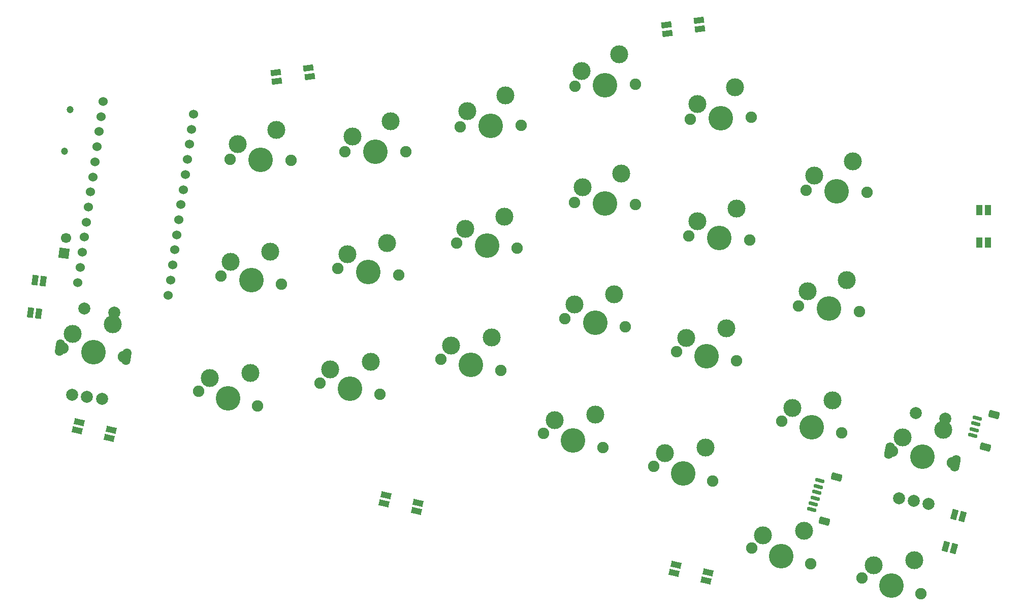
<source format=gbr>
%TF.GenerationSoftware,KiCad,Pcbnew,(6.0.5)*%
%TF.CreationDate,2022-07-31T14:46:34+09:00*%
%TF.ProjectId,ergotonic_f24-pcb-left,6572676f-746f-46e6-9963-5f6632342d70,rev?*%
%TF.SameCoordinates,Original*%
%TF.FileFunction,Soldermask,Top*%
%TF.FilePolarity,Negative*%
%FSLAX46Y46*%
G04 Gerber Fmt 4.6, Leading zero omitted, Abs format (unit mm)*
G04 Created by KiCad (PCBNEW (6.0.5)) date 2022-07-31 14:46:34*
%MOMM*%
%LPD*%
G01*
G04 APERTURE LIST*
G04 Aperture macros list*
%AMRoundRect*
0 Rectangle with rounded corners*
0 $1 Rounding radius*
0 $2 $3 $4 $5 $6 $7 $8 $9 X,Y pos of 4 corners*
0 Add a 4 corners polygon primitive as box body*
4,1,4,$2,$3,$4,$5,$6,$7,$8,$9,$2,$3,0*
0 Add four circle primitives for the rounded corners*
1,1,$1+$1,$2,$3*
1,1,$1+$1,$4,$5*
1,1,$1+$1,$6,$7*
1,1,$1+$1,$8,$9*
0 Add four rect primitives between the rounded corners*
20,1,$1+$1,$2,$3,$4,$5,0*
20,1,$1+$1,$4,$5,$6,$7,0*
20,1,$1+$1,$6,$7,$8,$9,0*
20,1,$1+$1,$8,$9,$2,$3,0*%
%AMHorizOval*
0 Thick line with rounded ends*
0 $1 width*
0 $2 $3 position (X,Y) of the first rounded end (center of the circle)*
0 $4 $5 position (X,Y) of the second rounded end (center of the circle)*
0 Add line between two ends*
20,1,$1,$2,$3,$4,$5,0*
0 Add two circle primitives to create the rounded ends*
1,1,$1,$2,$3*
1,1,$1,$4,$5*%
%AMRotRect*
0 Rectangle, with rotation*
0 The origin of the aperture is its center*
0 $1 length*
0 $2 width*
0 $3 Rotation angle, in degrees counterclockwise*
0 Add horizontal line*
21,1,$1,$2,0,0,$3*%
G04 Aperture macros list end*
%ADD10C,1.524000*%
%ADD11RotRect,1.700000X1.000000X262.000000*%
%ADD12C,3.000000*%
%ADD13C,1.900000*%
%ADD14C,4.100000*%
%ADD15RotRect,1.700000X1.000000X8.000000*%
%ADD16RotRect,1.700000X1.000000X74.880000*%
%ADD17RotRect,1.700000X1.000000X346.500000*%
%ADD18R,1.000000X1.700000*%
%ADD19C,1.200000*%
%ADD20C,2.000000*%
%ADD21HorizOval,1.500000X0.090463X0.643674X-0.090463X-0.643674X0*%
%ADD22RoundRect,0.150000X-0.564237X0.307833X-0.642490X0.018219X0.564237X-0.307833X0.642490X-0.018219X0*%
%ADD23RoundRect,0.249600X-0.536485X0.507921X-0.719283X-0.168618X0.536485X-0.507921X0.719283X0.168618X0*%
%ADD24RotRect,1.700000X1.700000X172.000000*%
%ADD25HorizOval,1.700000X0.000000X0.000000X0.000000X0.000000X0*%
%ADD26HorizOval,1.500000X0.125473X0.637775X-0.125473X-0.637775X0*%
G04 APERTURE END LIST*
D10*
%TO.C,U1*%
X-138312279Y-23206283D03*
X-138665778Y-25721563D03*
X-139019278Y-28236844D03*
X-139372778Y-30752125D03*
X-139726278Y-33267406D03*
X-140079777Y-35782687D03*
X-140433277Y-38297968D03*
X-140786777Y-40813249D03*
X-141140276Y-43328530D03*
X-141493776Y-45843811D03*
X-141847276Y-48359092D03*
X-142200775Y-50874372D03*
X-157272655Y-48756158D03*
X-156919156Y-46240877D03*
X-156565656Y-43725596D03*
X-156212156Y-41210315D03*
X-155858657Y-38695034D03*
X-155505157Y-36179753D03*
X-155151657Y-33664472D03*
X-154798158Y-31149192D03*
X-154444658Y-28633911D03*
X-154091158Y-26118630D03*
X-153737658Y-23603349D03*
X-153384159Y-21088068D03*
X-153030659Y-18572787D03*
X-137958779Y-20691002D03*
%TD*%
D11*
%TO.C,LED_7*%
X-163820538Y-53985658D03*
X-165206914Y-53790816D03*
X-164441462Y-48344342D03*
X-163055086Y-48539184D03*
%TD*%
D12*
%TO.C,SW16*%
X-54029025Y-38575509D03*
D13*
X-55456864Y-41030254D03*
X-45317136Y-41671746D03*
D14*
X-50387000Y-41351000D03*
D12*
X-47531322Y-36441509D03*
%TD*%
%TO.C,SW5*%
X-105114320Y-21891921D03*
X-111477095Y-24399748D03*
D14*
X-107680000Y-26959000D03*
D13*
X-102600065Y-26984712D03*
X-112759935Y-26933288D03*
%TD*%
D14*
%TO.C,SW9*%
X-89099000Y-42625000D03*
D13*
X-94162779Y-42219357D03*
X-84035221Y-43030643D03*
D12*
X-92694012Y-39788878D03*
X-86161468Y-37764043D03*
%TD*%
D15*
%TO.C,LED_1*%
X-53747184Y-5032086D03*
X-53552342Y-6418462D03*
X-58998816Y-7183914D03*
X-59193658Y-5797538D03*
%TD*%
D16*
%TO.C,LED_3*%
X-11147453Y-87501611D03*
X-9795919Y-87866790D03*
X-11230547Y-93176389D03*
X-12582081Y-92811210D03*
%TD*%
D13*
%TO.C,SW13*%
X-76100140Y-54786380D03*
X-66029860Y-56133620D03*
D12*
X-74504545Y-52437215D03*
D14*
X-71065000Y-55460000D03*
D12*
X-67873810Y-50761670D03*
%TD*%
D13*
%TO.C,SW14*%
X-69782741Y-76303316D03*
D12*
X-71069554Y-70771398D03*
D14*
X-74723000Y-75120000D03*
D13*
X-79663259Y-73936684D03*
D12*
X-77836537Y-71762383D03*
%TD*%
D17*
%TO.C,LED_5*%
X-100542571Y-85536316D03*
X-100869394Y-86897634D03*
X-106217429Y-85613684D03*
X-105890606Y-84252366D03*
%TD*%
D14*
%TO.C,SW19*%
X-30814000Y-33577000D03*
D13*
X-35890843Y-33397938D03*
D12*
X-34532102Y-30904282D03*
X-28096517Y-28589688D03*
D13*
X-25737157Y-33756062D03*
%TD*%
D18*
%TO.C,LED_2*%
X-7022000Y-36647000D03*
X-5622000Y-36647000D03*
X-5622000Y-42147000D03*
X-7022000Y-42147000D03*
%TD*%
D12*
%TO.C,SW8*%
X-86037412Y-17544881D03*
D14*
X-88483000Y-22671000D03*
D12*
X-92339337Y-20201918D03*
D13*
X-93562131Y-22764977D03*
X-83403869Y-22577023D03*
%TD*%
D19*
%TO.C,TRRS1*%
X-159545971Y-26881279D03*
X-158571760Y-19949402D03*
%TD*%
D12*
%TO.C,SW2*%
X-125199911Y-43652887D03*
D13*
X-133422726Y-47684774D03*
D14*
X-128387000Y-48354000D03*
D13*
X-123351274Y-49023226D03*
D12*
X-131829182Y-45334218D03*
%TD*%
%TO.C,SW7*%
X-115192764Y-63281217D03*
X-108478155Y-61981938D03*
D13*
X-106939813Y-67449250D03*
X-116918187Y-65536748D03*
D14*
X-111929000Y-66492999D03*
%TD*%
%TO.C,SW3*%
X-132235000Y-68138000D03*
D13*
X-127314377Y-69400486D03*
X-137155623Y-66875514D03*
D12*
X-128512203Y-63848620D03*
X-135294224Y-64730824D03*
%TD*%
D20*
%TO.C,RE1*%
X-158218468Y-67489078D03*
X-153267128Y-68184943D03*
X-155742798Y-67837011D03*
D21*
X-149153499Y-61189369D03*
X-160244501Y-59630631D03*
D20*
X-151249118Y-53826056D03*
X-156200458Y-53130191D03*
%TD*%
D14*
%TO.C,SW1*%
X-126864000Y-28321000D03*
D12*
X-130623624Y-25707013D03*
X-124225189Y-23291618D03*
D13*
X-121784971Y-28420296D03*
X-131943029Y-28221704D03*
%TD*%
%TO.C,SW6*%
X-113927841Y-46399523D03*
D14*
X-108881000Y-46979000D03*
D13*
X-103834159Y-47558477D03*
D12*
X-105778103Y-42221897D03*
X-112376393Y-44020972D03*
%TD*%
%TO.C,SW4*%
X-158118422Y-57364470D03*
X-151476720Y-55732938D03*
D13*
X-159729562Y-59703001D03*
D14*
X-154699000Y-60410000D03*
D13*
X-149668438Y-61116999D03*
%TD*%
D12*
%TO.C,SW20*%
X-29078680Y-48328155D03*
D13*
X-37145204Y-52664282D03*
D12*
X-35640544Y-50255859D03*
D13*
X-27030796Y-53625718D03*
D14*
X-32088000Y-53145000D03*
%TD*%
D12*
%TO.C,SW15*%
X-47760345Y-16208391D03*
D13*
X-45040251Y-21194280D03*
X-55193749Y-21557720D03*
D12*
X-54015421Y-18973915D03*
D14*
X-50117000Y-21376000D03*
%TD*%
%TO.C,SW10*%
X-91759000Y-62481000D03*
D12*
X-95033397Y-59280059D03*
D13*
X-86766670Y-63420701D03*
X-96751330Y-61541299D03*
D12*
X-88323134Y-57958520D03*
%TD*%
%TO.C,SW12*%
X-66670517Y-30586688D03*
D13*
X-64311157Y-35753062D03*
D12*
X-73106102Y-32901282D03*
D13*
X-74464843Y-35394938D03*
D14*
X-69388000Y-35574000D03*
%TD*%
D22*
%TO.C,J3*%
X-33627027Y-81844931D03*
X-33887868Y-82810313D03*
X-34148710Y-83775694D03*
X-34409551Y-84741076D03*
X-34670393Y-85706457D03*
X-34931234Y-86671839D03*
D23*
X-30850344Y-81248560D03*
X-32832740Y-88585460D03*
%TD*%
D13*
%TO.C,SW23*%
X-11538546Y-78855622D03*
D14*
X-16523000Y-77875000D03*
D13*
X-21507454Y-76894378D03*
D12*
X-13050151Y-73380857D03*
X-19771030Y-74647307D03*
%TD*%
D13*
%TO.C,SW18*%
X-51443898Y-81868963D03*
D14*
X-56373000Y-80640000D03*
D12*
X-52679486Y-76325379D03*
D13*
X-61302102Y-79411037D03*
D12*
X-59455345Y-77253726D03*
%TD*%
D24*
%TO.C,BAT1*%
X-159600000Y-43900000D03*
D25*
X-159246500Y-41384719D03*
%TD*%
D13*
%TO.C,SW24*%
X-16746630Y-100690219D03*
D14*
X-21651000Y-99366000D03*
D13*
X-26555370Y-98041781D03*
D12*
X-17874596Y-95123740D03*
X-24667168Y-95920651D03*
%TD*%
D17*
%TO.C,LED_6*%
X-151725571Y-73329316D03*
X-152052394Y-74690634D03*
X-157400429Y-73406684D03*
X-157073606Y-72045366D03*
%TD*%
D13*
%TO.C,SW11*%
X-74457967Y-16045517D03*
D14*
X-69381000Y-15870000D03*
D12*
X-67018034Y-10705274D03*
X-73276484Y-13463154D03*
D13*
X-64304033Y-15694483D03*
%TD*%
D17*
%TO.C,LED_4*%
X-52237571Y-97138316D03*
X-52564394Y-98499634D03*
X-57912429Y-97215684D03*
X-57585606Y-95854366D03*
%TD*%
D22*
%TO.C,J1*%
X-7339868Y-71389313D03*
X-7600710Y-72354694D03*
X-7861551Y-73320076D03*
X-8122393Y-74285457D03*
D23*
X-4563186Y-70792941D03*
X-6023898Y-76199078D03*
%TD*%
D15*
%TO.C,LED_0*%
X-118840184Y-12994086D03*
X-118645342Y-14380462D03*
X-124091816Y-15145914D03*
X-124286658Y-13759538D03*
%TD*%
D14*
%TO.C,SW21*%
X-34956000Y-72904000D03*
D13*
X-39941308Y-71927729D03*
X-29970692Y-73880271D03*
D12*
X-31487075Y-68406828D03*
X-38206845Y-69679143D03*
%TD*%
D20*
%TO.C,RE2*%
X-20423747Y-84751349D03*
X-15517789Y-85716527D03*
X-17970768Y-85233938D03*
D26*
X-11028326Y-78956000D03*
X-22017674Y-76794000D03*
D20*
X-12718770Y-71489247D03*
X-17624729Y-70524069D03*
%TD*%
D14*
%TO.C,SW22*%
X-40041000Y-94399000D03*
D12*
X-43056567Y-90953124D03*
X-36263856Y-90157399D03*
D13*
X-35136861Y-95724075D03*
X-44945139Y-93073925D03*
%TD*%
%TO.C,SW17*%
X-47457931Y-61834749D03*
D12*
X-55874178Y-58007154D03*
D14*
X-52482000Y-61083000D03*
D13*
X-57506069Y-60331251D03*
D12*
X-49218217Y-56434805D03*
%TD*%
M02*

</source>
